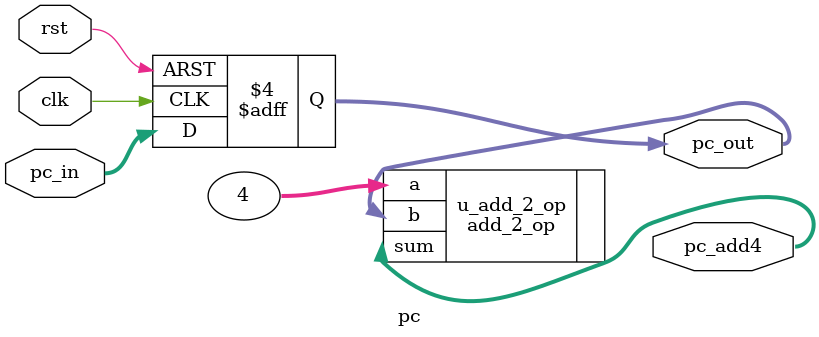
<source format=v>
module pc(
	input clk,
	input rst,

	input [31:0] pc_in,

	output [31:0] pc_add4,
	output reg [31:0] pc_out
);

	add_2_op u_add_2_op(
		.a(4),        //default decimal
		.b(pc_out),	  
		.sum(pc_add4)
	);

	always@(posedge clk or negedge rst) 
		begin
		if(~rst)
			pc_out <= 32'h0;
		else
			pc_out <= pc_in;  
		end




endmodule
</source>
